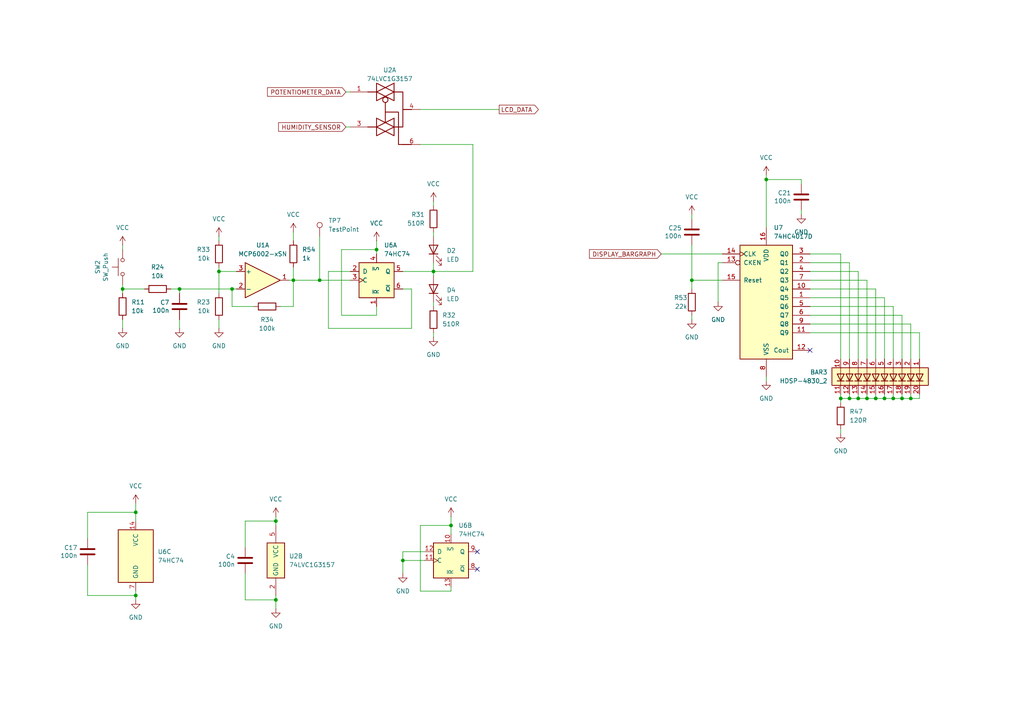
<source format=kicad_sch>
(kicad_sch (version 20250114) (generator "eeschema") (generator_version "9.0")
  (paper "A4")
  (lib_symbols
    (symbol "4xxx:4017" (pin_names (offset 1.016))
      (property "Reference" "U" (at -7.62 16.51 0))
      (property "Value" "4017" (at -7.62 -19.05 0))
      (symbol "4017_1_0"
        (pin input clock (at -12.7 12.7 0) (length 5.08) (name "CLK") (number "14"))
        (pin input inverted (at -12.7 10.16 0) (length 5.08) (name "CKEN") (number "13"))
        (pin input line (at -12.7 5.08 0) (length 5.08) (name "Reset") (number "15"))
        (pin power_in line (at 0 20.32 270) (length 5.08) (name "VDD") (number "16"))
        (pin power_in line (at 0 -22.86 90) (length 5.08) (name "VSS") (number "8"))
        (pin output line (at 12.7 12.7 180) (length 5.08) (name "Q0") (number "3"))
        (pin output line (at 12.7 10.16 180) (length 5.08) (name "Q1") (number "2"))
        (pin output line (at 12.7 7.62 180) (length 5.08) (name "Q2") (number "4"))
        (pin output line (at 12.7 5.08 180) (length 5.08) (name "Q3") (number "7"))
        (pin output line (at 12.7 2.54 180) (length 5.08) (name "Q4") (number "10"))
        (pin output line (at 12.7 0 180) (length 5.08) (name "Q5") (number "1"))
        (pin output line (at 12.7 -2.54 180) (length 5.08) (name "Q6") (number "5"))
        (pin output line (at 12.7 -5.08 180) (length 5.08) (name "Q7") (number "6"))
        (pin output line (at 12.7 -7.62 180) (length 5.08) (name "Q8") (number "9"))
        (pin output line (at 12.7 -10.16 180) (length 5.08) (name "Q9") (number "11"))
        (pin output line (at 12.7 -15.24 180) (length 5.08) (name "Cout") (number "12"))
      )
      (symbol "4017_1_1"
        (rectangle (start -7.62 15.24) (end 7.62 -17.78) (stroke (width 0.254)) (fill (type background)))
      )
    )
    (symbol "74xGxx:74LVC1G3157"
      (property "Reference" "U" (at 5.08 7.62 0))
      (property "Value" "74LVC1G3157" (at 10.16 -7.62 0))
      (symbol "74LVC1G3157_1_1"
        (polyline (pts (xy -7.62 0) (xy -5.08 0)) (stroke (width 0.254)) (fill (type background)))
        (polyline (pts (xy -7.62 -10.16) (xy -5.08 -10.16)) (stroke (width 0.254)) (fill (type background)))
        (polyline (pts (xy -2.54 7.62) (xy 0 6.35) (xy -2.54 5.08) (xy -2.54 7.62)) (stroke (width 0.254)))
        (polyline (pts (xy -2.54 5.08) (xy 0 3.81) (xy -2.54 2.54) (xy -2.54 5.08)) (stroke (width 0.254)))
        (polyline (pts (xy -2.54 5.08) (xy -5.08 5.08) (xy -5.08 0) (xy -5.08 -5.08) (xy -2.54 -5.08)) (stroke (width 0.254)))
        (polyline (pts (xy -2.54 -2.54) (xy -2.54 -5.08) (xy 0 -3.81) (xy -2.54 -2.54)) (stroke (width 0.254)))
        (polyline (pts (xy -2.54 -5.08) (xy 0 -6.35) (xy -2.54 -7.62) (xy -2.54 -5.08)) (stroke (width 0.254)))
        (circle (center 0 2.794) (radius 0.762) (stroke (width 0.254)))
        (polyline (pts (xy 0 -0.762) (xy -3.81 -0.762) (xy -3.81 -10.16) (xy -5.08 -10.16)) (stroke (width 0.254)))
        (polyline (pts (xy 0 -3.81) (xy 0 2.032)) (stroke (width 0.254)))
        (polyline (pts (xy 2.54 5.08) (xy 2.54 7.62) (xy 0 6.35) (xy 2.54 5.08)) (stroke (width 0.254)))
        (polyline (pts (xy 2.54 5.08) (xy 2.54 2.54) (xy 0 3.81) (xy 2.54 5.08)) (stroke (width 0.254)))
        (polyline (pts (xy 2.54 -2.54) (xy 2.54 -5.08) (xy 0 -3.81) (xy 2.54 -2.54)) (stroke (width 0.254)))
        (polyline (pts (xy 2.54 -5.08) (xy 0 -6.35) (xy 2.54 -7.62) (xy 2.54 -5.08)) (stroke (width 0.254)))
        (polyline (pts (xy 5.08 5.08) (xy 2.54 5.08)) (stroke (width 0.254)) (fill (type background)))
        (polyline (pts (xy 5.08 -5.08) (xy 2.54 -5.08)) (stroke (width 0.254)) (fill (type background)))
        (pin bidirectional line (at -10.16 0 0) (length 5.08) (name "~") (number "4"))
        (pin input line (at -10.16 -10.16 0) (length 5.08) (name "~") (number "6"))
        (pin bidirectional line (at 10.16 5.08 180) (length 5.08) (name "~") (number "1"))
        (pin bidirectional line (at 10.16 -5.08 180) (length 5.08) (name "~") (number "3"))
      )
      (symbol "74LVC1G3157_2_1"
        (rectangle (start -2.54 5.08) (end 2.54 -5.08) (stroke (width 0.254)) (fill (type background)))
        (pin power_in line (at 0 10.16 270) (length 5.08) (name "VCC") (number "5"))
        (pin power_in line (at 0 -10.16 90) (length 5.08) (name "GND") (number "2"))
      )
    )
    (symbol "74xx:74HC74" (pin_names (offset 1.016))
      (property "Reference" "U" (at -7.62 8.89 0))
      (property "Value" "74HC74" (at -7.62 -8.89 0))
      (symbol "74HC74_1_0"
        (pin input line (at -7.62 2.54 0) (length 2.54) (name "D") (number "2"))
        (pin input clock (at -7.62 0 0) (length 2.54) (name "C") (number "3"))
        (pin input line (at 0 7.62 270) (length 2.54) (name "~{S}") (number "4"))
        (pin input line (at 0 -7.62 90) (length 2.54) (name "~{R}") (number "1"))
        (pin output line (at 7.62 2.54 180) (length 2.54) (name "Q") (number "5"))
        (pin output line (at 7.62 -2.54 180) (length 2.54) (name "~{Q}") (number "6"))
      )
      (symbol "74HC74_1_1"
        (rectangle (start -5.08 5.08) (end 5.08 -5.08) (stroke (width 0.254)) (fill (type background)))
      )
      (symbol "74HC74_2_0"
        (pin input line (at -7.62 2.54 0) (length 2.54) (name "D") (number "12"))
        (pin input clock (at -7.62 0 0) (length 2.54) (name "C") (number "11"))
        (pin input line (at 0 7.62 270) (length 2.54) (name "~{S}") (number "10"))
        (pin input line (at 0 -7.62 90) (length 2.54) (name "~{R}") (number "13"))
        (pin output line (at 7.62 2.54 180) (length 2.54) (name "Q") (number "9"))
        (pin output line (at 7.62 -2.54 180) (length 2.54) (name "~{Q}") (number "8"))
      )
      (symbol "74HC74_2_1"
        (rectangle (start -5.08 5.08) (end 5.08 -5.08) (stroke (width 0.254)) (fill (type background)))
      )
      (symbol "74HC74_3_0"
        (pin power_in line (at 0 10.16 270) (length 2.54) (name "VCC") (number "14"))
        (pin power_in line (at 0 -10.16 90) (length 2.54) (name "GND") (number "7"))
      )
      (symbol "74HC74_3_1"
        (rectangle (start -5.08 7.62) (end 5.08 -7.62) (stroke (width 0.254)) (fill (type background)))
      )
    )
    (symbol "Amplifier_Operational:MCP6002-xSN" (pin_names (offset 0.127))
      (property "Reference" "U" (at 0 5.08 0))
      (property "Value" "MCP6002-xSN" (at 0 -5.08 0))
      (symbol "MCP6002-xSN_1_1"
        (polyline (pts (xy -5.08 5.08) (xy 5.08 0) (xy -5.08 -5.08) (xy -5.08 5.08)) (stroke (width 0.254)) (fill (type background)))
        (pin input line (at -7.62 2.54 0) (length 2.54) (name "+") (number "3"))
        (pin input line (at -7.62 -2.54 0) (length 2.54) (name "-") (number "2"))
        (pin output line (at 7.62 0 180) (length 2.54) (name "~") (number "1"))
      )
      (symbol "MCP6002-xSN_2_1"
        (polyline (pts (xy -5.08 5.08) (xy 5.08 0) (xy -5.08 -5.08) (xy -5.08 5.08)) (stroke (width 0.254)) (fill (type background)))
        (pin input line (at -7.62 2.54 0) (length 2.54) (name "+") (number "5"))
        (pin input line (at -7.62 -2.54 0) (length 2.54) (name "-") (number "6"))
        (pin output line (at 7.62 0 180) (length 2.54) (name "~") (number "7"))
      )
      (symbol "MCP6002-xSN_3_1"
        (pin power_in line (at -2.54 7.62 270) (length 3.81) (name "V+") (number "8"))
        (pin power_in line (at -2.54 -7.62 90) (length 3.81) (name "V-") (number "4"))
      )
    )
    (symbol "Connector:TestPoint" (pin_numbers (hide yes)) (pin_names (offset 0.762) (hide yes))
      (property "Reference" "TP" (at 0 6.858 0))
      (property "Value" "TestPoint" (at 0 5.08 0))
      (symbol "TestPoint_0_1"
        (circle (center 0 3.302) (radius 0.762))
      )
      (symbol "TestPoint_1_1"
        (pin passive line (at 0 0 90) (length 2.54) (name "1") (number "1"))
      )
    )
    (symbol "Device:C" (pin_numbers (hide yes)) (pin_names (offset 0.254))
      (property "Reference" "C" (at 0.635 2.54 0))
      (property "Value" "C" (at 0.635 -2.54 0))
      (symbol "C_0_1"
        (polyline (pts (xy -2.032 0.762) (xy 2.032 0.762)) (stroke (width 0.508)))
        (polyline (pts (xy -2.032 -0.762) (xy 2.032 -0.762)) (stroke (width 0.508)))
      )
      (symbol "C_1_1"
        (pin passive line (at 0 3.81 270) (length 2.794) (name "~") (number "1"))
        (pin passive line (at 0 -3.81 90) (length 2.794) (name "~") (number "2"))
      )
    )
    (symbol "Device:LED" (pin_numbers (hide yes)) (pin_names (offset 1.016) (hide yes))
      (property "Reference" "D" (at 0 2.54 0))
      (property "Value" "LED" (at 0 -2.54 0))
      (symbol "LED_0_1"
        (polyline (pts (xy -3.048 -0.762) (xy -4.572 -2.286) (xy -3.81 -2.286) (xy -4.572 -2.286) (xy -4.572 -1.524)))
        (polyline (pts (xy -1.778 -0.762) (xy -3.302 -2.286) (xy -2.54 -2.286) (xy -3.302 -2.286) (xy -3.302 -1.524)))
        (polyline (pts (xy -1.27 0) (xy 1.27 0)))
        (polyline (pts (xy -1.27 -1.27) (xy -1.27 1.27)) (stroke (width 0.254)))
        (polyline (pts (xy 1.27 -1.27) (xy 1.27 1.27) (xy -1.27 0) (xy 1.27 -1.27)) (stroke (width 0.254)))
      )
      (symbol "LED_1_1"
        (pin passive line (at -3.81 0 0) (length 2.54) (name "K") (number "1"))
        (pin passive line (at 3.81 0 180) (length 2.54) (name "A") (number "2"))
      )
    )
    (symbol "Device:R" (pin_numbers (hide yes)) (pin_names (offset 0))
      (property "Reference" "R" (at 2.032 0 90))
      (property "Value" "R" (at 0 0 90))
      (symbol "R_0_1"
        (rectangle (start -1.016 -2.54) (end 1.016 2.54) (stroke (width 0.254)))
      )
      (symbol "R_1_1"
        (pin passive line (at 0 3.81 270) (length 1.27) (name "~") (number "1"))
        (pin passive line (at 0 -3.81 90) (length 1.27) (name "~") (number "2"))
      )
    )
    (symbol "LED:HDSP-4830_2" (pin_names (offset 1.016) (hide yes))
      (property "Reference" "BAR" (at 0 15.24 0))
      (property "Value" "HDSP-4830_2" (at 0 -17.78 0))
      (symbol "HDSP-4830_2_0_1"
        (rectangle (start -2.54 12.7) (end 2.54 -15.24) (stroke (width 0.254)) (fill (type background)))
        (polyline (pts (xy -2.54 10.16) (xy 2.54 10.16)))
        (polyline (pts (xy -2.54 7.62) (xy 2.54 7.62)))
        (polyline (pts (xy -2.54 5.08) (xy 2.54 5.08)))
        (polyline (pts (xy -2.54 0) (xy 2.54 0)))
        (polyline (pts (xy -2.54 -5.08) (xy 2.54 -5.08)))
        (polyline (pts (xy -2.54 -7.62) (xy 2.54 -7.62)))
        (polyline (pts (xy -2.54 -10.16) (xy 2.54 -10.16)))
        (polyline (pts (xy -2.54 -12.7) (xy 2.54 -12.7)))
        (polyline (pts (xy -0.762 11.176) (xy -0.762 9.144) (xy 1.27 10.16) (xy -0.762 11.176)) (stroke (width 0.254)))
        (polyline (pts (xy -0.762 8.636) (xy -0.762 6.604) (xy 1.27 7.62) (xy -0.762 8.636)) (stroke (width 0.254)))
        (polyline (pts (xy -0.762 6.096) (xy -0.762 4.064) (xy 1.27 5.08) (xy -0.762 6.096)) (stroke (width 0.254)))
        (polyline (pts (xy -0.762 3.556) (xy -0.762 1.524) (xy 1.27 2.54) (xy -0.762 3.556)) (stroke (width 0.254)))
        (polyline (pts (xy -0.762 1.016) (xy -0.762 -1.016) (xy 1.27 0) (xy -0.762 1.016)) (stroke (width 0.254)))
        (polyline (pts (xy -0.762 -1.524) (xy -0.762 -3.556) (xy 1.27 -2.54) (xy -0.762 -1.524)) (stroke (width 0.254)))
        (polyline (pts (xy -0.762 -4.064) (xy -0.762 -6.096) (xy 1.27 -5.08) (xy -0.762 -4.064)) (stroke (width 0.254)))
        (polyline (pts (xy -0.762 -6.604) (xy -0.762 -8.636) (xy 1.27 -7.62) (xy -0.762 -6.604)) (stroke (width 0.254)))
        (polyline (pts (xy -0.762 -9.144) (xy -0.762 -11.176) (xy 1.27 -10.16) (xy -0.762 -9.144)) (stroke (width 0.254)))
        (polyline (pts (xy -0.762 -11.684) (xy -0.762 -13.716) (xy 1.27 -12.7) (xy -0.762 -11.684)) (stroke (width 0.254)))
        (polyline (pts (xy 1.27 11.176) (xy 1.27 9.144)) (stroke (width 0.254)))
        (polyline (pts (xy 1.27 8.636) (xy 1.27 6.604)) (stroke (width 0.254)))
        (polyline (pts (xy 1.27 6.096) (xy 1.27 4.064)) (stroke (width 0.254)))
        (polyline (pts (xy 1.27 3.556) (xy 1.27 1.524)) (stroke (width 0.254)))
        (polyline (pts (xy 1.27 1.016) (xy 1.27 -1.016)) (stroke (width 0.254)))
        (polyline (pts (xy 1.27 -1.524) (xy 1.27 -3.556)) (stroke (width 0.254)))
        (polyline (pts (xy 1.27 -4.064) (xy 1.27 -6.096)) (stroke (width 0.254)))
        (polyline (pts (xy 1.27 -6.604) (xy 1.27 -8.636)) (stroke (width 0.254)))
        (polyline (pts (xy 1.27 -9.144) (xy 1.27 -11.176)) (stroke (width 0.254)))
        (polyline (pts (xy 1.27 -11.684) (xy 1.27 -13.716)) (stroke (width 0.254)))
        (polyline (pts (xy 2.54 2.54) (xy -2.54 2.54)))
        (polyline (pts (xy 2.54 -2.54) (xy -2.54 -2.54)))
      )
      (symbol "HDSP-4830_2_1_1"
        (pin passive line (at -5.08 10.16 0) (length 2.54) (name "A") (number "1"))
        (pin passive line (at -5.08 7.62 0) (length 2.54) (name "A") (number "2"))
        (pin passive line (at -5.08 5.08 0) (length 2.54) (name "A") (number "3"))
        (pin passive line (at -5.08 2.54 0) (length 2.54) (name "A") (number "4"))
        (pin passive line (at -5.08 0 0) (length 2.54) (name "A") (number "5"))
        (pin passive line (at -5.08 -2.54 0) (length 2.54) (name "A") (number "6"))
        (pin passive line (at -5.08 -5.08 0) (length 2.54) (name "A") (number "7"))
        (pin passive line (at -5.08 -7.62 0) (length 2.54) (name "A") (number "8"))
        (pin passive line (at -5.08 -10.16 0) (length 2.54) (name "A") (number "9"))
        (pin passive line (at -5.08 -12.7 0) (length 2.54) (name "A") (number "10"))
        (pin passive line (at 5.08 10.16 180) (length 2.54) (name "K") (number "20"))
        (pin passive line (at 5.08 7.62 180) (length 2.54) (name "K") (number "19"))
        (pin passive line (at 5.08 5.08 180) (length 2.54) (name "K") (number "18"))
        (pin passive line (at 5.08 2.54 180) (length 2.54) (name "K") (number "17"))
        (pin passive line (at 5.08 0 180) (length 2.54) (name "K") (number "16"))
        (pin passive line (at 5.08 -2.54 180) (length 2.54) (name "K") (number "15"))
        (pin passive line (at 5.08 -5.08 180) (length 2.54) (name "K") (number "14"))
        (pin passive line (at 5.08 -7.62 180) (length 2.54) (name "K") (number "13"))
        (pin passive line (at 5.08 -10.16 180) (length 2.54) (name "K") (number "12"))
        (pin passive line (at 5.08 -12.7 180) (length 2.54) (name "K") (number "11"))
      )
    )
    (symbol "Switch:SW_Push" (pin_numbers (hide yes)) (pin_names (offset 1.016) (hide yes))
      (property "Reference" "SW" (at 1.27 2.54 0))
      (property "Value" "SW_Push" (at 0 -1.524 0))
      (symbol "SW_Push_0_1"
        (circle (center -2.032 0) (radius 0.508))
        (polyline (pts (xy 0 1.27) (xy 0 3.048)))
        (circle (center 2.032 0) (radius 0.508))
        (polyline (pts (xy 2.54 1.27) (xy -2.54 1.27)))
        (pin passive line (at -5.08 0 0) (length 2.54) (name "1") (number "1"))
        (pin passive line (at 5.08 0 180) (length 2.54) (name "2") (number "2"))
      )
    )
    (symbol "power:GND" (power) (pin_numbers (hide yes)) (pin_names (offset 0) (hide yes))
      (property "Value" "GND" (at 0 -3.81 0))
      (symbol "GND_0_1"
        (polyline (pts (xy 0 0) (xy 0 -1.27) (xy 1.27 -1.27) (xy 0 -2.54) (xy -1.27 -1.27) (xy 0 -1.27)))
      )
      (symbol "GND_1_1"
        (pin power_in line (at 0 0 270) (length 0) (name "~") (number "1"))
      )
    )
    (symbol "power:VCC" (power) (pin_numbers (hide yes)) (pin_names (offset 0) (hide yes))
      (property "Value" "VCC" (at 0 3.556 0))
      (symbol "VCC_0_1"
        (polyline (pts (xy -0.762 1.27) (xy 0 2.54)))
        (polyline (pts (xy 0 2.54) (xy 0.762 1.27)))
        (polyline (pts (xy 0 0) (xy 0 2.54)))
      )
      (symbol "VCC_1_1"
        (pin power_in line (at 0 0 90) (length 0) (name "~") (number "1"))
      )
    )
  )
  (junction (at 130.81 152.4))
  (junction (at 92.71 81.28))
  (junction (at 116.84 162.56))
  (junction (at 254 115.57))
  (junction (at 243.84 115.57))
  (junction (at 259.08 115.57))
  (junction (at 63.5 78.74))
  (junction (at 222.25 52.07))
  (junction (at 251.46 115.57))
  (junction (at 52.07 83.82))
  (junction (at 256.54 115.57))
  (junction (at 67.31 83.82))
  (junction (at 39.37 172.72))
  (junction (at 80.01 173.99))
  (junction (at 246.38 115.57))
  (junction (at 261.62 115.57))
  (junction (at 85.09 81.28))
  (junction (at 125.73 78.74))
  (junction (at 264.16 115.57))
  (junction (at 35.56 83.82))
  (junction (at 200.66 81.28))
  (junction (at 109.22 72.39))
  (junction (at 80.01 151.13))
  (junction (at 39.37 148.59))
  (junction (at 248.92 115.57))
  (no_connect (at 234.95 101.6))
  (no_connect (at 138.43 165.1))
  (no_connect (at 138.43 160.02))
  (wire (pts (xy 137.16 78.74) (xy 137.16 41.91)))
  (wire (pts (xy 234.95 88.9) (xy 259.08 88.9)))
  (wire (pts (xy 232.41 62.23) (xy 232.41 60.96)))
  (wire (pts (xy 261.62 91.44) (xy 261.62 104.14)))
  (wire (pts (xy 67.31 88.9) (xy 73.66 88.9)))
  (wire (pts (xy 266.7 114.3) (xy 266.7 115.57)))
  (wire (pts (xy 234.95 78.74) (xy 248.92 78.74)))
  (wire (pts (xy 246.38 114.3) (xy 246.38 115.57)))
  (wire (pts (xy 222.25 109.22) (xy 222.25 110.49)))
  (wire (pts (xy 209.55 76.2) (xy 208.28 76.2)))
  (wire (pts (xy 81.28 88.9) (xy 85.09 88.9)))
  (wire (pts (xy 246.38 76.2) (xy 246.38 104.14)))
  (wire (pts (xy 109.22 88.9) (xy 109.22 91.44)))
  (wire (pts (xy 116.84 78.74) (xy 125.73 78.74)))
  (wire (pts (xy 261.62 114.3) (xy 261.62 115.57)))
  (wire (pts (xy 234.95 96.52) (xy 266.7 96.52)))
  (wire (pts (xy 246.38 115.57) (xy 243.84 115.57)))
  (wire (pts (xy 208.28 76.2) (xy 208.28 87.63)))
  (wire (pts (xy 125.73 78.74) (xy 125.73 80.01)))
  (wire (pts (xy 254 114.3) (xy 254 115.57)))
  (wire (pts (xy 71.12 166.37) (xy 71.12 173.99)))
  (wire (pts (xy 234.95 91.44) (xy 261.62 91.44)))
  (wire (pts (xy 234.95 81.28) (xy 251.46 81.28)))
  (wire (pts (xy 254 115.57) (xy 251.46 115.57)))
  (wire (pts (xy 232.41 53.34) (xy 232.41 52.07)))
  (wire (pts (xy 130.81 149.86) (xy 130.81 152.4)))
  (wire (pts (xy 248.92 78.74) (xy 248.92 104.14)))
  (wire (pts (xy 25.4 172.72) (xy 39.37 172.72)))
  (wire (pts (xy 39.37 148.59) (xy 39.37 151.13)))
  (wire (pts (xy 121.92 171.45) (xy 121.92 152.4)))
  (wire (pts (xy 125.73 67.31) (xy 125.73 68.58)))
  (wire (pts (xy 63.5 78.74) (xy 68.58 78.74)))
  (wire (pts (xy 52.07 85.09) (xy 52.07 83.82)))
  (wire (pts (xy 35.56 82.55) (xy 35.56 83.82)))
  (wire (pts (xy 200.66 81.28) (xy 209.55 81.28)))
  (wire (pts (xy 80.01 173.99) (xy 80.01 176.53)))
  (wire (pts (xy 52.07 92.71) (xy 52.07 95.25)))
  (wire (pts (xy 264.16 93.98) (xy 264.16 104.14)))
  (wire (pts (xy 266.7 96.52) (xy 266.7 104.14)))
  (wire (pts (xy 264.16 115.57) (xy 261.62 115.57)))
  (wire (pts (xy 85.09 81.28) (xy 92.71 81.28)))
  (wire (pts (xy 95.25 78.74) (xy 95.25 95.25)))
  (wire (pts (xy 266.7 115.57) (xy 264.16 115.57)))
  (wire (pts (xy 101.6 78.74) (xy 95.25 78.74)))
  (wire (pts (xy 35.56 83.82) (xy 35.56 85.09)))
  (wire (pts (xy 234.95 93.98) (xy 264.16 93.98)))
  (wire (pts (xy 83.82 81.28) (xy 85.09 81.28)))
  (wire (pts (xy 63.5 95.25) (xy 63.5 92.71)))
  (wire (pts (xy 200.66 71.12) (xy 200.66 81.28)))
  (wire (pts (xy 95.25 95.25) (xy 119.38 95.25)))
  (wire (pts (xy 200.66 92.71) (xy 200.66 91.44)))
  (wire (pts (xy 80.01 149.86) (xy 80.01 151.13)))
  (wire (pts (xy 39.37 146.05) (xy 39.37 148.59)))
  (wire (pts (xy 125.73 76.2) (xy 125.73 78.74)))
  (wire (pts (xy 125.73 78.74) (xy 137.16 78.74)))
  (wire (pts (xy 256.54 86.36) (xy 256.54 104.14)))
  (wire (pts (xy 63.5 77.47) (xy 63.5 78.74)))
  (wire (pts (xy 248.92 115.57) (xy 246.38 115.57)))
  (wire (pts (xy 35.56 71.12) (xy 35.56 72.39)))
  (wire (pts (xy 80.01 151.13) (xy 80.01 152.4)))
  (wire (pts (xy 125.73 87.63) (xy 125.73 88.9)))
  (wire (pts (xy 109.22 72.39) (xy 109.22 73.66)))
  (wire (pts (xy 256.54 114.3) (xy 256.54 115.57)))
  (wire (pts (xy 191.77 73.66) (xy 209.55 73.66)))
  (wire (pts (xy 92.71 68.58) (xy 92.71 81.28)))
  (wire (pts (xy 52.07 83.82) (xy 67.31 83.82)))
  (wire (pts (xy 49.53 83.82) (xy 52.07 83.82)))
  (wire (pts (xy 243.84 114.3) (xy 243.84 115.57)))
  (wire (pts (xy 130.81 152.4) (xy 130.81 154.94)))
  (wire (pts (xy 121.92 171.45) (xy 130.81 171.45)))
  (wire (pts (xy 232.41 52.07) (xy 222.25 52.07)))
  (wire (pts (xy 256.54 115.57) (xy 254 115.57)))
  (wire (pts (xy 222.25 52.07) (xy 222.25 66.04)))
  (wire (pts (xy 254 83.82) (xy 254 104.14)))
  (wire (pts (xy 243.84 73.66) (xy 243.84 104.14)))
  (wire (pts (xy 130.81 170.18) (xy 130.81 171.45)))
  (wire (pts (xy 261.62 115.57) (xy 259.08 115.57)))
  (wire (pts (xy 68.58 83.82) (xy 67.31 83.82)))
  (wire (pts (xy 234.95 76.2) (xy 246.38 76.2)))
  (wire (pts (xy 251.46 81.28) (xy 251.46 104.14)))
  (wire (pts (xy 248.92 114.3) (xy 248.92 115.57)))
  (wire (pts (xy 259.08 115.57) (xy 256.54 115.57)))
  (wire (pts (xy 123.19 160.02) (xy 116.84 160.02)))
  (wire (pts (xy 137.16 41.91) (xy 121.92 41.91)))
  (wire (pts (xy 243.84 115.57) (xy 243.84 116.84)))
  (wire (pts (xy 200.66 62.23) (xy 200.66 63.5)))
  (wire (pts (xy 259.08 114.3) (xy 259.08 115.57)))
  (wire (pts (xy 251.46 115.57) (xy 248.92 115.57)))
  (wire (pts (xy 116.84 160.02) (xy 116.84 162.56)))
  (wire (pts (xy 25.4 156.21) (xy 25.4 148.59)))
  (wire (pts (xy 200.66 81.28) (xy 200.66 83.82)))
  (wire (pts (xy 92.71 81.28) (xy 101.6 81.28)))
  (wire (pts (xy 116.84 162.56) (xy 116.84 166.37)))
  (wire (pts (xy 39.37 172.72) (xy 39.37 173.99)))
  (wire (pts (xy 39.37 171.45) (xy 39.37 172.72)))
  (wire (pts (xy 243.84 124.46) (xy 243.84 125.73)))
  (wire (pts (xy 234.95 86.36) (xy 256.54 86.36)))
  (wire (pts (xy 121.92 31.75) (xy 144.78 31.75)))
  (wire (pts (xy 222.25 50.8) (xy 222.25 52.07)))
  (wire (pts (xy 116.84 83.82) (xy 119.38 83.82)))
  (wire (pts (xy 100.33 26.67) (xy 101.6 26.67)))
  (wire (pts (xy 100.33 36.83) (xy 101.6 36.83)))
  (wire (pts (xy 116.84 162.56) (xy 123.19 162.56)))
  (wire (pts (xy 71.12 173.99) (xy 80.01 173.99)))
  (wire (pts (xy 25.4 148.59) (xy 39.37 148.59)))
  (wire (pts (xy 63.5 68.58) (xy 63.5 69.85)))
  (wire (pts (xy 85.09 67.31) (xy 85.09 69.85)))
  (wire (pts (xy 85.09 77.47) (xy 85.09 81.28)))
  (wire (pts (xy 67.31 83.82) (xy 67.31 88.9)))
  (wire (pts (xy 85.09 88.9) (xy 85.09 81.28)))
  (wire (pts (xy 125.73 58.42) (xy 125.73 59.69)))
  (wire (pts (xy 63.5 85.09) (xy 63.5 78.74)))
  (wire (pts (xy 251.46 114.3) (xy 251.46 115.57)))
  (wire (pts (xy 125.73 96.52) (xy 125.73 97.79)))
  (wire (pts (xy 99.06 91.44) (xy 99.06 72.39)))
  (wire (pts (xy 234.95 83.82) (xy 254 83.82)))
  (wire (pts (xy 109.22 91.44) (xy 99.06 91.44)))
  (wire (pts (xy 259.08 88.9) (xy 259.08 104.14)))
  (wire (pts (xy 121.92 152.4) (xy 130.81 152.4)))
  (wire (pts (xy 80.01 151.13) (xy 71.12 151.13)))
  (wire (pts (xy 35.56 83.82) (xy 41.91 83.82)))
  (wire (pts (xy 234.95 73.66) (xy 243.84 73.66)))
  (wire (pts (xy 35.56 92.71) (xy 35.56 95.25)))
  (wire (pts (xy 80.01 172.72) (xy 80.01 173.99)))
  (wire (pts (xy 25.4 163.83) (xy 25.4 172.72)))
  (wire (pts (xy 264.16 114.3) (xy 264.16 115.57)))
  (wire (pts (xy 71.12 151.13) (xy 71.12 158.75)))
  (wire (pts (xy 99.06 72.39) (xy 109.22 72.39)))
  (wire (pts (xy 119.38 83.82) (xy 119.38 95.25)))
  (wire (pts (xy 109.22 69.85) (xy 109.22 72.39)))
  (global_label "LCD_DATA" (shape output) (at 144.78 31.75 0) (property "Intersheetrefs" "${INTERSHEET_REFS}" (effects (hide yes))))
  (global_label "POTENTIOMETER_DATA" (shape input) (at 100.33 26.67 180) (property "Intersheetrefs" "${INTERSHEET_REFS}" (effects (hide yes))))
  (global_label "DISPLAY_BARGRAPH" (shape input) (at 191.77 73.66 180) (property "Intersheetrefs" "${INTERSHEET_REFS}" (effects (hide yes))))
  (global_label "HUMIDITY_SENSOR" (shape input) (at 100.33 36.83 180) (property "Intersheetrefs" "${INTERSHEET_REFS}" (effects (hide yes))))
  (symbol (lib_id "power:GND") (at 232.41 62.23 0) (unit 1)
    (property "Reference" "#PWR073" (effects (hide yes)))
    (property "Value" "GND" (at 232.41 67.31 0))
    (property "Description" "Power symbol creates a global label with name \"GND\" , ground" (effects (hide yes)))
  )
  (symbol (lib_id "power:GND") (at 243.84 125.73 0) (unit 1)
    (property "Reference" "#PWR013" (effects (hide yes)))
    (property "Value" "GND" (at 243.84 130.81 0))
    (property "Description" "Power symbol creates a global label with name \"GND\" , ground" (effects (hide yes)))
  )
  (symbol (lib_id "power:VCC") (at 35.56 71.12 0) (unit 1)
    (property "Reference" "#PWR049" (effects (hide yes)))
    (property "Value" "VCC" (at 35.56 66.04 0))
    (property "Description" "Power symbol creates a global label with name \"VCC\"" (effects (hide yes)))
  )
  (symbol (lib_id "Device:C") (at 200.66 67.31 0) (mirror y) (unit 1)
    (property "Reference" "C25" (at 197.739 66.1416 0) (effects (justify left)))
    (property "Value" "100n" (at 197.739 68.453 0) (effects (justify left)))
    (property "Footprint" "Capacitor_SMD:C_0805_2012Metric" (effects (hide yes)))
    (property "Description" "Unpolarized capacitor" (effects (hide yes)))
  )
  (symbol (lib_id "power:VCC") (at 109.22 69.85 0) (unit 1)
    (property "Reference" "#PWR055" (effects (hide yes)))
    (property "Value" "VCC" (at 109.22 64.77 0))
    (property "Description" "Power symbol creates a global label with name \"VCC\"" (effects (hide yes)))
  )
  (symbol (lib_id "74xx:74HC74") (at 130.81 162.56 0) (unit 2)
    (property "Reference" "U6" (at 132.9533 152.4 0) (effects (justify left)))
    (property "Value" "74HC74" (at 132.9533 154.94 0) (effects (justify left)))
    (property "Footprint" "Package_SO:SO-14_3.9x8.65mm_P1.27mm" (effects (hide yes)))
    (property "Datasheet" "74xx/74hc_hct74.pdf" (effects (hide yes)))
    (property "Description" "Dual D Flip-flop, Set & Reset" (effects (hide yes)))
  )
  (symbol (lib_id "74xx:74HC74") (at 109.22 81.28 0) (unit 1)
    (property "Reference" "U6" (at 111.3633 71.12 0) (effects (justify left)))
    (property "Value" "74HC74" (at 111.3633 73.66 0) (effects (justify left)))
    (property "Footprint" "Package_SO:SO-14_3.9x8.65mm_P1.27mm" (effects (hide yes)))
    (property "Datasheet" "74xx/74hc_hct74.pdf" (effects (hide yes)))
    (property "Description" "Dual D Flip-flop, Set & Reset" (effects (hide yes)))
  )
  (symbol (lib_id "Device:R") (at 63.5 88.9 0) (mirror y) (unit 1)
    (property "Reference" "R23" (at 60.96 87.6299 0) (effects (justify left)))
    (property "Value" "10k" (at 60.96 90.1699 0) (effects (justify left)))
    (property "Footprint" "Resistor_SMD:R_0805_2012Metric" (effects (hide yes)))
    (property "Description" "Resistor" (effects (hide yes)))
  )
  (symbol (lib_id "Device:R") (at 77.47 88.9 90) (mirror x) (unit 1)
    (property "Reference" "R34" (at 77.47 92.71 90))
    (property "Value" "100k" (at 77.47 95.25 90))
    (property "Footprint" "Resistor_SMD:R_0805_2012Metric" (effects (hide yes)))
    (property "Description" "Resistor" (effects (hide yes)))
  )
  (symbol (lib_id "Connector:TestPoint") (at 92.71 68.58 0) (unit 1)
    (property "Reference" "TP7" (at 95.25 64.0079 0) (effects (justify left)))
    (property "Value" "TestPoint" (at 95.25 66.5479 0) (effects (justify left)))
    (property "Footprint" "TestPoint:TestPoint_Pad_D1.5mm" (effects (hide yes)))
    (property "Description" "test point" (effects (hide yes)))
  )
  (symbol (lib_id "Switch:SW_Push") (at 35.56 77.47 90) (unit 1)
    (property "Reference" "SW2" (at 28.321 77.47 0))
    (property "Value" "SW_Push" (at 30.6324 77.47 0))
    (property "Footprint" "Button_Switch_SMD:SW_SPST_PTS645Sx43SMTR92" (effects (hide yes)))
    (property "Description" "Push button switch, generic, two pins" (effects (hide yes)))
  )
  (symbol (lib_id "Device:R") (at 35.56 88.9 0) (mirror y) (unit 1)
    (property "Reference" "R11" (at 38.1 87.6299 0) (effects (justify right)))
    (property "Value" "10k" (at 38.1 90.1699 0) (effects (justify right)))
    (property "Footprint" "Resistor_SMD:R_0805_2012Metric" (effects (hide yes)))
    (property "Description" "Resistor" (effects (hide yes)))
  )
  (symbol (lib_id "power:GND") (at 63.5 95.25 0) (unit 1)
    (property "Reference" "#PWR09" (effects (hide yes)))
    (property "Value" "GND" (at 63.5 100.33 0))
    (property "Description" "Power symbol creates a global label with name \"GND\" , ground" (effects (hide yes)))
  )
  (symbol (lib_id "4xxx:4017") (at 222.25 86.36 0) (unit 1)
    (property "Reference" "U7" (at 224.3933 66.04 0) (effects (justify left)))
    (property "Value" "74HC4017D" (at 224.3933 68.58 0) (effects (justify left)))
    (property "Footprint" "Package_SO:SO-16_3.9x9.9mm_P1.27mm" (effects (hide yes)))
    (property "Datasheet" "http://www.intersil.com/content/dam/Intersil/documents/cd40/cd4017bms-22bms.pdf" (effects (hide yes)))
    (property "Description" "Johnson Counter ( 10 outputs )" (effects (hide yes)))
  )
  (symbol (lib_id "Device:C") (at 71.12 162.56 0) (mirror y) (unit 1)
    (property "Reference" "C4" (at 68.199 161.3916 0) (effects (justify left)))
    (property "Value" "100n" (at 68.199 163.703 0) (effects (justify left)))
    (property "Footprint" "Capacitor_SMD:C_0805_2012Metric" (effects (hide yes)))
    (property "Description" "Unpolarized capacitor" (effects (hide yes)))
  )
  (symbol (lib_id "power:VCC") (at 39.37 146.05 0) (unit 1)
    (property "Reference" "#PWR040" (effects (hide yes)))
    (property "Value" "VCC" (at 39.37 140.97 0))
    (property "Description" "Power symbol creates a global label with name \"VCC\"" (effects (hide yes)))
  )
  (symbol (lib_id "power:VCC") (at 125.73 58.42 0) (unit 1)
    (property "Reference" "#PWR054" (effects (hide yes)))
    (property "Value" "VCC" (at 125.73 53.34 0))
    (property "Description" "Power symbol creates a global label with name \"VCC\"" (effects (hide yes)))
  )
  (symbol (lib_id "Device:R") (at 85.09 73.66 180) (unit 1)
    (property "Reference" "R54" (at 87.63 72.3899 0) (effects (justify right)))
    (property "Value" "1k" (at 87.63 74.9299 0) (effects (justify right)))
    (property "Footprint" "Resistor_SMD:R_0805_2012Metric" (effects (hide yes)))
    (property "Description" "Resistor" (effects (hide yes)))
  )
  (symbol (lib_id "Device:LED") (at 125.73 83.82 90) (unit 1)
    (property "Reference" "D4" (at 129.54 84.1374 90) (effects (justify right)))
    (property "Value" "LED" (at 129.54 86.6774 90) (effects (justify right)))
    (property "Footprint" "LED_THT:LED_D4.0mm" (effects (hide yes)))
    (property "Description" "Light emitting diode" (effects (hide yes)))
    (property "Sim.Pins" "1=K 2=A" (effects (hide yes)))
  )
  (symbol (lib_id "74xGxx:74LVC1G3157") (at 80.01 162.56 0) (unit 2)
    (property "Reference" "U2" (at 83.82 161.2899 0) (effects (justify left)))
    (property "Value" "74LVC1G3157" (at 83.82 163.8299 0) (effects (justify left)))
    (property "Footprint" "Package_TO_SOT_SMD:SOT-363_SC-70-6" (effects (hide yes)))
    (property "Datasheet" "http://www.ti.com/lit/sg/scyt129e/scyt129e.pdf" (effects (hide yes)))
    (property "Description" "SPDT Analog Switch, Low-Voltage CMOS" (effects (hide yes)))
  )
  (symbol (lib_id "power:GND") (at 222.25 110.49 0) (unit 1)
    (property "Reference" "#PWR074" (effects (hide yes)))
    (property "Value" "GND" (at 222.25 115.57 0))
    (property "Description" "Power symbol creates a global label with name \"GND\" , ground" (effects (hide yes)))
  )
  (symbol (lib_id "power:GND") (at 39.37 173.99 0) (unit 1)
    (property "Reference" "#PWR048" (effects (hide yes)))
    (property "Value" "GND" (at 39.37 179.07 0))
    (property "Description" "Power symbol creates a global label with name \"GND\" , ground" (effects (hide yes)))
  )
  (symbol (lib_id "power:GND") (at 116.84 166.37 0) (unit 1)
    (property "Reference" "#PWR032" (effects (hide yes)))
    (property "Value" "GND" (at 116.84 171.45 0))
    (property "Description" "Power symbol creates a global label with name \"GND\" , ground" (effects (hide yes)))
  )
  (symbol (lib_id "Device:R") (at 200.66 87.63 0) (mirror x) (unit 1)
    (property "Reference" "R53" (at 199.39 86.3599 0) (effects (justify right)))
    (property "Value" "22k" (at 199.39 88.8999 0) (effects (justify right)))
    (property "Footprint" "Resistor_SMD:R_0805_2012Metric" (effects (hide yes)))
    (property "Description" "Resistor" (effects (hide yes)))
  )
  (symbol (lib_id "Device:R") (at 63.5 73.66 0) (mirror y) (unit 1)
    (property "Reference" "R33" (at 60.96 72.3899 0) (effects (justify left)))
    (property "Value" "10k" (at 60.96 74.9299 0) (effects (justify left)))
    (property "Footprint" "Resistor_SMD:R_0805_2012Metric" (effects (hide yes)))
    (property "Description" "Resistor" (effects (hide yes)))
  )
  (symbol (lib_id "power:GND") (at 52.07 95.25 0) (unit 1)
    (property "Reference" "#PWR017" (effects (hide yes)))
    (property "Value" "GND" (at 52.07 100.33 0))
    (property "Description" "Power symbol creates a global label with name \"GND\" , ground" (effects (hide yes)))
  )
  (symbol (lib_id "Device:R") (at 125.73 92.71 0) (mirror x) (unit 1)
    (property "Reference" "R32" (at 128.27 91.4399 0) (effects (justify left)))
    (property "Value" "510R" (at 128.27 93.9799 0) (effects (justify left)))
    (property "Footprint" "Resistor_SMD:R_0805_2012Metric" (effects (hide yes)))
    (property "Description" "Resistor" (effects (hide yes)))
  )
  (symbol (lib_id "Device:R") (at 125.73 63.5 0) (mirror x) (unit 1)
    (property "Reference" "R31" (at 123.19 62.2299 0) (effects (justify right)))
    (property "Value" "510R" (at 123.19 64.7699 0) (effects (justify right)))
    (property "Footprint" "Resistor_SMD:R_0805_2012Metric" (effects (hide yes)))
    (property "Description" "Resistor" (effects (hide yes)))
  )
  (symbol (lib_id "power:VCC") (at 85.09 67.31 0) (unit 1)
    (property "Reference" "#PWR053" (effects (hide yes)))
    (property "Value" "VCC" (at 85.09 62.23 0))
    (property "Description" "Power symbol creates a global label with name \"VCC\"" (effects (hide yes)))
  )
  (symbol (lib_id "power:GND") (at 200.66 92.71 0) (unit 1)
    (property "Reference" "#PWR084" (effects (hide yes)))
    (property "Value" "GND" (at 200.66 97.79 0))
    (property "Description" "Power symbol creates a global label with name \"GND\" , ground" (effects (hide yes)))
  )
  (symbol (lib_id "power:GND") (at 125.73 97.79 0) (unit 1)
    (property "Reference" "#PWR027" (effects (hide yes)))
    (property "Value" "GND" (at 125.73 102.87 0))
    (property "Description" "Power symbol creates a global label with name \"GND\" , ground" (effects (hide yes)))
  )
  (symbol (lib_id "Device:C") (at 232.41 57.15 0) (mirror y) (unit 1)
    (property "Reference" "C21" (at 229.489 55.9816 0) (effects (justify left)))
    (property "Value" "100n" (at 229.489 58.293 0) (effects (justify left)))
    (property "Footprint" "Capacitor_SMD:C_0805_2012Metric" (effects (hide yes)))
    (property "Description" "Unpolarized capacitor" (effects (hide yes)))
  )
  (symbol (lib_id "power:GND") (at 35.56 95.25 0) (unit 1)
    (property "Reference" "#PWR015" (effects (hide yes)))
    (property "Value" "GND" (at 35.56 100.33 0))
    (property "Description" "Power symbol creates a global label with name \"GND\" , ground" (effects (hide yes)))
  )
  (symbol (lib_id "Device:C") (at 25.4 160.02 0) (mirror y) (unit 1)
    (property "Reference" "C17" (at 22.479 158.8516 0) (effects (justify left)))
    (property "Value" "100n" (at 22.479 161.163 0) (effects (justify left)))
    (property "Footprint" "Capacitor_SMD:C_0805_2012Metric" (effects (hide yes)))
    (property "Description" "Unpolarized capacitor" (effects (hide yes)))
  )
  (symbol (lib_id "Device:C") (at 52.07 88.9 0) (mirror y) (unit 1)
    (property "Reference" "C7" (at 49.149 87.7316 0) (effects (justify left)))
    (property "Value" "100n" (at 49.149 90.043 0) (effects (justify left)))
    (property "Footprint" "Capacitor_SMD:C_0805_2012Metric" (effects (hide yes)))
    (property "Description" "Unpolarized capacitor" (effects (hide yes)))
  )
  (symbol (lib_id "74xGxx:74LVC1G3157") (at 111.76 31.75 0) (mirror y) (unit 1)
    (property "Reference" "U2" (at 113.03 20.32 0))
    (property "Value" "74LVC1G3157" (at 113.03 22.86 0))
    (property "Footprint" "Package_TO_SOT_SMD:SOT-363_SC-70-6" (effects (hide yes)))
    (property "Datasheet" "http://www.ti.com/lit/sg/scyt129e/scyt129e.pdf" (effects (hide yes)))
    (property "Description" "SPDT Analog Switch, Low-Voltage CMOS" (effects (hide yes)))
  )
  (symbol (lib_id "power:GND") (at 208.28 87.63 0) (unit 1)
    (property "Reference" "#PWR087" (effects (hide yes)))
    (property "Value" "GND" (at 208.28 92.71 0))
    (property "Description" "Power symbol creates a global label with name \"GND\" , ground" (effects (hide yes)))
  )
  (symbol (lib_id "74xx:74HC74") (at 39.37 161.29 0) (unit 3)
    (property "Reference" "U6" (at 45.72 160.0199 0) (effects (justify left)))
    (property "Value" "74HC74" (at 45.72 162.5599 0) (effects (justify left)))
    (property "Footprint" "Package_SO:SO-14_3.9x8.65mm_P1.27mm" (effects (hide yes)))
    (property "Datasheet" "74xx/74hc_hct74.pdf" (effects (hide yes)))
    (property "Description" "Dual D Flip-flop, Set & Reset" (effects (hide yes)))
  )
  (symbol (lib_id "power:VCC") (at 222.25 50.8 0) (unit 1)
    (property "Reference" "#PWR03" (effects (hide yes)))
    (property "Value" "VCC" (at 222.25 45.72 0))
    (property "Description" "Power symbol creates a global label with name \"VCC\"" (effects (hide yes)))
  )
  (symbol (lib_id "Device:LED") (at 125.73 72.39 90) (unit 1)
    (property "Reference" "D2" (at 129.54 72.7074 90) (effects (justify right)))
    (property "Value" "LED" (at 129.54 75.2474 90) (effects (justify right)))
    (property "Footprint" "LED_THT:LED_D4.0mm" (effects (hide yes)))
    (property "Description" "Light emitting diode" (effects (hide yes)))
    (property "Sim.Pins" "1=K 2=A" (effects (hide yes)))
  )
  (symbol (lib_id "Amplifier_Operational:MCP6002-xSN") (at 76.2 81.28 0) (unit 1)
    (property "Reference" "U1" (at 76.2 71.12 0))
    (property "Value" "MCP6002-xSN" (at 76.2 73.66 0))
    (property "Footprint" "Package_SO:SO-8_3.9x4.9mm_P1.27mm" (effects (hide yes)))
    (property "Datasheet" "http://ww1.microchip.com/downloads/en/DeviceDoc/21733j.pdf" (effects (hide yes)))
    (property "Description" "1MHz, Low-Power Op Amp, SOIC-8" (effects (hide yes)))
  )
  (symbol (lib_id "power:VCC") (at 200.66 62.23 0) (unit 1)
    (property "Reference" "#PWR030" (effects (hide yes)))
    (property "Value" "VCC" (at 200.66 57.15 0))
    (property "Description" "Power symbol creates a global label with name \"VCC\"" (effects (hide yes)))
  )
  (symbol (lib_id "power:VCC") (at 80.01 149.86 0) (unit 1)
    (property "Reference" "#PWR037" (effects (hide yes)))
    (property "Value" "VCC" (at 80.01 144.78 0))
    (property "Description" "Power symbol creates a global label with name \"VCC\"" (effects (hide yes)))
  )
  (symbol (lib_id "Device:R") (at 45.72 83.82 90) (mirror x) (unit 1)
    (property "Reference" "R24" (at 45.72 77.47 90))
    (property "Value" "10k" (at 45.72 80.01 90))
    (property "Footprint" "Resistor_SMD:R_0805_2012Metric" (effects (hide yes)))
    (property "Description" "Resistor" (effects (hide yes)))
  )
  (symbol (lib_id "power:VCC") (at 130.81 149.86 0) (unit 1)
    (property "Reference" "#PWR031" (effects (hide yes)))
    (property "Value" "VCC" (at 130.81 144.78 0))
    (property "Description" "Power symbol creates a global label with name \"VCC\"" (effects (hide yes)))
  )
  (symbol (lib_id "Device:R") (at 243.84 120.65 0) (mirror x) (unit 1)
    (property "Reference" "R47" (at 246.38 119.3799 0) (effects (justify left)))
    (property "Value" "120R" (at 246.38 121.9199 0) (effects (justify left)))
    (property "Footprint" "Resistor_SMD:R_0805_2012Metric" (effects (hide yes)))
    (property "Description" "Resistor" (effects (hide yes)))
  )
  (symbol (lib_id "power:VCC") (at 63.5 68.58 0) (unit 1)
    (property "Reference" "#PWR052" (effects (hide yes)))
    (property "Value" "VCC" (at 63.5 63.5 0))
    (property "Description" "Power symbol creates a global label with name \"VCC\"" (effects (hide yes)))
  )
  (symbol (lib_id "LED:HDSP-4830_2") (at 256.54 109.22 270) (unit 1)
    (property "Reference" "BAR3" (at 240.03 107.9499 90) (effects (justify right)))
    (property "Value" "HDSP-4830_2" (at 240.03 110.4899 90) (effects (justify right)))
    (property "Footprint" "Display:HDSP-4830" (effects (hide yes)))
    (property "Datasheet" "https://docs.broadcom.com/docs/AV02-1798EN" (effects (hide yes)))
    (property "Description" "BAR GRAPH 10 segment block, high efficiency red" (effects (hide yes)))
  )
  (symbol (lib_id "power:GND") (at 80.01 176.53 0) (unit 1)
    (property "Reference" "#PWR022" (effects (hide yes)))
    (property "Value" "GND" (at 80.01 181.61 0))
    (property "Description" "Power symbol creates a global label with name \"GND\" , ground" (effects (hide yes)))
  )
)
</source>
